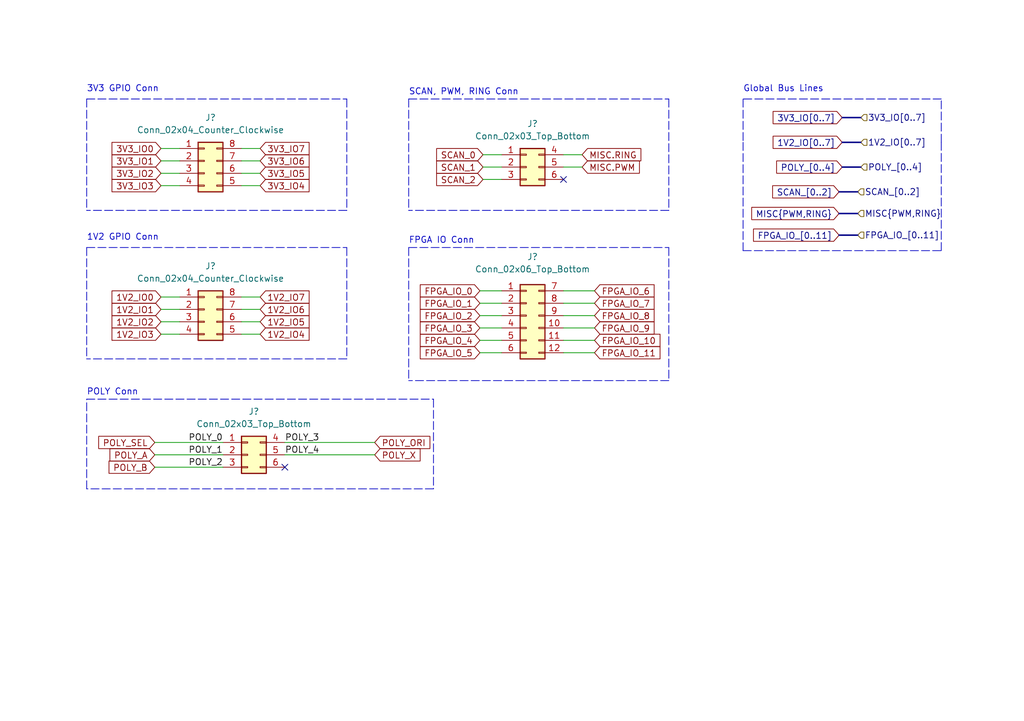
<source format=kicad_sch>
(kicad_sch (version 20211123) (generator eeschema)
  (paper "A5")
  (lib_symbols
    (symbol "Connector_Generic:Conn_02x03_Top_Bottom" (pin_names (offset 1.016) hide)
      (property "Reference" "J" (at 1.27 5.08 0))
      (property "Value" "Conn_02x03_Top_Bottom" (at 1.27 -5.08 0))
      (symbol "Conn_02x03_Top_Bottom_1_1"
        (rectangle (start -1.27 -2.413) (end 0 -2.667) (stroke (width 0.1524)))
        (rectangle (start -1.27 0.127) (end 0 -0.127) (stroke (width 0.1524)))
        (rectangle (start -1.27 2.667) (end 0 2.413) (stroke (width 0.1524)))
        (rectangle (start -1.27 3.81) (end 3.81 -3.81) (stroke (width 0.254)) (fill (type background)))
        (rectangle (start 3.81 -2.413) (end 2.54 -2.667) (stroke (width 0.1524)))
        (rectangle (start 3.81 0.127) (end 2.54 -0.127) (stroke (width 0.1524)))
        (rectangle (start 3.81 2.667) (end 2.54 2.413) (stroke (width 0.1524)))
        (pin passive line (at -5.08 2.54 0) (length 3.81) (name "Pin_1") (number "1"))
        (pin passive line (at -5.08 0 0) (length 3.81) (name "Pin_2") (number "2"))
        (pin passive line (at -5.08 -2.54 0) (length 3.81) (name "Pin_3") (number "3"))
        (pin passive line (at 7.62 2.54 180) (length 3.81) (name "Pin_4") (number "4"))
        (pin passive line (at 7.62 0 180) (length 3.81) (name "Pin_5") (number "5"))
        (pin passive line (at 7.62 -2.54 180) (length 3.81) (name "Pin_6") (number "6"))
      )
    )
    (symbol "Connector_Generic:Conn_02x04_Counter_Clockwise" (pin_names (offset 1.016) hide)
      (property "Reference" "J" (at 1.27 5.08 0))
      (property "Value" "Conn_02x04_Counter_Clockwise" (at 1.27 -7.62 0))
      (symbol "Conn_02x04_Counter_Clockwise_1_1"
        (rectangle (start -1.27 -4.953) (end 0 -5.207) (stroke (width 0.1524)))
        (rectangle (start -1.27 -2.413) (end 0 -2.667) (stroke (width 0.1524)))
        (rectangle (start -1.27 0.127) (end 0 -0.127) (stroke (width 0.1524)))
        (rectangle (start -1.27 2.667) (end 0 2.413) (stroke (width 0.1524)))
        (rectangle (start -1.27 3.81) (end 3.81 -6.35) (stroke (width 0.254)) (fill (type background)))
        (rectangle (start 3.81 -4.953) (end 2.54 -5.207) (stroke (width 0.1524)))
        (rectangle (start 3.81 -2.413) (end 2.54 -2.667) (stroke (width 0.1524)))
        (rectangle (start 3.81 0.127) (end 2.54 -0.127) (stroke (width 0.1524)))
        (rectangle (start 3.81 2.667) (end 2.54 2.413) (stroke (width 0.1524)))
        (pin passive line (at -5.08 2.54 0) (length 3.81) (name "Pin_1") (number "1"))
        (pin passive line (at -5.08 0 0) (length 3.81) (name "Pin_2") (number "2"))
        (pin passive line (at -5.08 -2.54 0) (length 3.81) (name "Pin_3") (number "3"))
        (pin passive line (at -5.08 -5.08 0) (length 3.81) (name "Pin_4") (number "4"))
        (pin passive line (at 7.62 -5.08 180) (length 3.81) (name "Pin_5") (number "5"))
        (pin passive line (at 7.62 -2.54 180) (length 3.81) (name "Pin_6") (number "6"))
        (pin passive line (at 7.62 0 180) (length 3.81) (name "Pin_7") (number "7"))
        (pin passive line (at 7.62 2.54 180) (length 3.81) (name "Pin_8") (number "8"))
      )
    )
    (symbol "Connector_Generic:Conn_02x06_Top_Bottom" (pin_names (offset 1.016) hide)
      (property "Reference" "J" (at 1.27 7.62 0))
      (property "Value" "Conn_02x06_Top_Bottom" (at 1.27 -10.16 0))
      (symbol "Conn_02x06_Top_Bottom_1_1"
        (rectangle (start -1.27 -7.493) (end 0 -7.747) (stroke (width 0.1524)))
        (rectangle (start -1.27 -4.953) (end 0 -5.207) (stroke (width 0.1524)))
        (rectangle (start -1.27 -2.413) (end 0 -2.667) (stroke (width 0.1524)))
        (rectangle (start -1.27 0.127) (end 0 -0.127) (stroke (width 0.1524)))
        (rectangle (start -1.27 2.667) (end 0 2.413) (stroke (width 0.1524)))
        (rectangle (start -1.27 5.207) (end 0 4.953) (stroke (width 0.1524)))
        (rectangle (start -1.27 6.35) (end 3.81 -8.89) (stroke (width 0.254)) (fill (type background)))
        (rectangle (start 3.81 -7.493) (end 2.54 -7.747) (stroke (width 0.1524)))
        (rectangle (start 3.81 -4.953) (end 2.54 -5.207) (stroke (width 0.1524)))
        (rectangle (start 3.81 -2.413) (end 2.54 -2.667) (stroke (width 0.1524)))
        (rectangle (start 3.81 0.127) (end 2.54 -0.127) (stroke (width 0.1524)))
        (rectangle (start 3.81 2.667) (end 2.54 2.413) (stroke (width 0.1524)))
        (rectangle (start 3.81 5.207) (end 2.54 4.953) (stroke (width 0.1524)))
        (pin passive line (at -5.08 5.08 0) (length 3.81) (name "Pin_1") (number "1"))
        (pin passive line (at 7.62 -2.54 180) (length 3.81) (name "Pin_10") (number "10"))
        (pin passive line (at 7.62 -5.08 180) (length 3.81) (name "Pin_11") (number "11"))
        (pin passive line (at 7.62 -7.62 180) (length 3.81) (name "Pin_12") (number "12"))
        (pin passive line (at -5.08 2.54 0) (length 3.81) (name "Pin_2") (number "2"))
        (pin passive line (at -5.08 0 0) (length 3.81) (name "Pin_3") (number "3"))
        (pin passive line (at -5.08 -2.54 0) (length 3.81) (name "Pin_4") (number "4"))
        (pin passive line (at -5.08 -5.08 0) (length 3.81) (name "Pin_5") (number "5"))
        (pin passive line (at -5.08 -7.62 0) (length 3.81) (name "Pin_6") (number "6"))
        (pin passive line (at 7.62 5.08 180) (length 3.81) (name "Pin_7") (number "7"))
        (pin passive line (at 7.62 2.54 180) (length 3.81) (name "Pin_8") (number "8"))
        (pin passive line (at 7.62 0 180) (length 3.81) (name "Pin_9") (number "9"))
      )
    )
  )
  (no_connect (at 115.57 36.83))
  (no_connect (at 58.42 95.885))
  (polyline (pts (xy 152.4 29.21) (xy 152.4 51.435)))
  (wire (pts (xy 119.38 34.29) (xy 115.57 34.29)))
  (wire (pts (xy 33.02 60.96) (xy 36.83 60.96)))
  (bus (pts (xy 172.72 24.13) (xy 176.53 24.13)))
  (wire (pts (xy 98.425 62.23) (xy 102.87 62.23)))
  (polyline (pts (xy 71.12 20.32) (xy 71.12 43.18)))
  (polyline (pts (xy 193.04 51.435) (xy 193.04 29.21)))
  (wire (pts (xy 98.425 64.77) (xy 102.87 64.77)))
  (bus (pts (xy 172.085 39.37) (xy 175.895 39.37)))
  (wire (pts (xy 33.02 35.56) (xy 36.83 35.56)))
  (polyline (pts (xy 17.78 81.915) (xy 88.9 81.915)))
  (wire (pts (xy 98.425 72.39) (xy 102.87 72.39)))
  (wire (pts (xy 53.34 66.04) (xy 49.53 66.04)))
  (wire (pts (xy 33.02 38.1) (xy 36.83 38.1)))
  (polyline (pts (xy 17.78 50.8) (xy 71.12 50.8)))
  (wire (pts (xy 102.87 34.29) (xy 99.06 34.29)))
  (wire (pts (xy 102.87 31.75) (xy 99.06 31.75)))
  (wire (pts (xy 121.92 69.85) (xy 115.57 69.85)))
  (polyline (pts (xy 88.9 81.915) (xy 88.9 100.33)))
  (polyline (pts (xy 17.78 20.32) (xy 17.78 43.18)))
  (wire (pts (xy 102.87 36.83) (xy 99.06 36.83)))
  (wire (pts (xy 53.34 60.96) (xy 49.53 60.96)))
  (polyline (pts (xy 83.82 20.32) (xy 83.82 43.18)))
  (wire (pts (xy 33.02 66.04) (xy 36.83 66.04)))
  (polyline (pts (xy 88.9 100.33) (xy 17.78 100.33)))
  (wire (pts (xy 53.34 30.48) (xy 49.53 30.48)))
  (wire (pts (xy 121.92 67.31) (xy 115.57 67.31)))
  (wire (pts (xy 53.34 63.5) (xy 49.53 63.5)))
  (wire (pts (xy 53.34 68.58) (xy 49.53 68.58)))
  (wire (pts (xy 53.34 38.1) (xy 49.53 38.1)))
  (polyline (pts (xy 83.82 50.8) (xy 83.82 78.105)))
  (wire (pts (xy 53.34 33.02) (xy 49.53 33.02)))
  (wire (pts (xy 58.42 93.345) (xy 76.835 93.345)))
  (wire (pts (xy 121.92 64.77) (xy 115.57 64.77)))
  (wire (pts (xy 31.75 90.805) (xy 45.72 90.805)))
  (wire (pts (xy 58.42 90.805) (xy 76.835 90.805)))
  (wire (pts (xy 119.38 31.75) (xy 115.57 31.75)))
  (polyline (pts (xy 17.78 100.33) (xy 17.78 81.915)))
  (polyline (pts (xy 193.04 29.21) (xy 193.04 20.32)))
  (polyline (pts (xy 17.78 20.32) (xy 71.12 20.32)))
  (wire (pts (xy 31.75 95.885) (xy 45.72 95.885)))
  (polyline (pts (xy 83.82 50.8) (xy 137.16 50.8)))
  (polyline (pts (xy 137.16 43.18) (xy 83.82 43.18)))
  (polyline (pts (xy 193.04 20.32) (xy 152.4 20.32)))
  (polyline (pts (xy 83.82 20.32) (xy 137.16 20.32)))
  (polyline (pts (xy 137.16 20.32) (xy 137.16 43.18)))
  (polyline (pts (xy 71.12 50.8) (xy 71.12 73.66)))
  (wire (pts (xy 98.425 67.31) (xy 102.87 67.31)))
  (polyline (pts (xy 152.4 51.435) (xy 193.04 51.435)))
  (polyline (pts (xy 71.12 43.18) (xy 17.78 43.18)))
  (wire (pts (xy 98.425 59.69) (xy 102.87 59.69)))
  (bus (pts (xy 172.085 48.26) (xy 175.895 48.26)))
  (bus (pts (xy 172.72 34.29) (xy 176.53 34.29)))
  (polyline (pts (xy 17.78 50.8) (xy 17.78 73.66)))
  (bus (pts (xy 172.72 29.21) (xy 176.53 29.21)))
  (wire (pts (xy 33.02 68.58) (xy 36.83 68.58)))
  (polyline (pts (xy 137.16 78.105) (xy 83.82 78.105)))
  (wire (pts (xy 33.02 30.48) (xy 36.83 30.48)))
  (wire (pts (xy 121.92 62.23) (xy 115.57 62.23)))
  (wire (pts (xy 31.75 93.345) (xy 45.72 93.345)))
  (wire (pts (xy 33.02 33.02) (xy 36.83 33.02)))
  (wire (pts (xy 121.92 72.39) (xy 115.57 72.39)))
  (polyline (pts (xy 152.4 20.32) (xy 152.4 29.21)))
  (polyline (pts (xy 71.12 73.66) (xy 17.78 73.66)))
  (wire (pts (xy 53.34 35.56) (xy 49.53 35.56)))
  (wire (pts (xy 121.92 59.69) (xy 115.57 59.69)))
  (bus (pts (xy 172.085 43.815) (xy 175.895 43.815)))
  (wire (pts (xy 98.425 69.85) (xy 102.87 69.85)))
  (wire (pts (xy 33.02 63.5) (xy 36.83 63.5)))
  (polyline (pts (xy 137.16 50.8) (xy 137.16 78.105)))
  (text "3V3 GPIO Conn" (at 17.78 19.05 0) (effects (font (size 1.27 1.27)) (justify left bottom)))
  (text "POLY Conn\n" (at 17.78 81.28 0) (effects (font (size 1.27 1.27)) (justify left bottom)))
  (text "FPGA IO Conn" (at 83.82 50.165 0) (effects (font (size 1.27 1.27)) (justify left bottom)))
  (text "SCAN, PWM, RING Conn\n" (at 83.82 19.685 0) (effects (font (size 1.27 1.27)) (justify left bottom)))
  (text "1V2 GPIO Conn" (at 17.78 49.53 0) (effects (font (size 1.27 1.27)) (justify left bottom)))
  (text "Global Bus Lines" (at 152.4 19.05 0) (effects (font (size 1.27 1.27)) (justify left bottom)))
  (label "POLY_1" (at 45.72 93.345 180))
  (label "POLY_3" (at 58.42 90.805 0))
  (label "POLY_0" (at 45.72 90.805 180))
  (label "POLY_2" (at 45.72 95.885 180))
  (label "POLY_4" (at 58.42 93.345 0))
  (global_label "1V2_IO[0..7]" (shape input) (at 172.72 29.21 180) (property "Sayfalar Arası Referanslar" "${INTERSHEET_REFS}" (effects hide)))
  (global_label "3V3_IO5" (shape input) (at 53.34 35.56 0) (property "Intersheet References" "${INTERSHEET_REFS}" (effects hide)))
  (global_label "3V3_IO7" (shape input) (at 53.34 30.48 0) (property "Intersheet References" "${INTERSHEET_REFS}" (effects hide)))
  (global_label "POLY_A" (shape input) (at 31.75 93.345 180) (property "Intersheet References" "${INTERSHEET_REFS}" (effects hide)))
  (global_label "FPGA_IO_11" (shape input) (at 121.92 72.39 0) (property "Intersheet References" "${INTERSHEET_REFS}" (effects hide)))
  (global_label "3V3_IO6" (shape input) (at 53.34 33.02 0) (property "Intersheet References" "${INTERSHEET_REFS}" (effects hide)))
  (global_label "FPGA_IO_1" (shape input) (at 98.425 62.23 180) (property "Intersheet References" "${INTERSHEET_REFS}" (effects hide)))
  (global_label "FPGA_IO_10" (shape input) (at 121.92 69.85 0) (property "Intersheet References" "${INTERSHEET_REFS}" (effects hide)))
  (global_label "1V2_IO0" (shape input) (at 33.02 60.96 180) (property "Intersheet References" "${INTERSHEET_REFS}" (effects hide)))
  (global_label "POLY_SEL" (shape input) (at 31.75 90.805 180) (property "Intersheet References" "${INTERSHEET_REFS}" (effects hide)))
  (global_label "1V2_IO3" (shape input) (at 33.02 68.58 180) (property "Intersheet References" "${INTERSHEET_REFS}" (effects hide)))
  (global_label "FPGA_IO_9" (shape input) (at 121.92 67.31 0) (property "Intersheet References" "${INTERSHEET_REFS}" (effects hide)))
  (global_label "POLY_ORI" (shape input) (at 76.835 90.805 0) (property "Intersheet References" "${INTERSHEET_REFS}" (effects hide)))
  (global_label "POLY_X" (shape input) (at 76.835 93.345 0) (property "Intersheet References" "${INTERSHEET_REFS}" (effects hide)))
  (global_label "3V3_IO[0..7]" (shape input) (at 172.72 24.13 180) (property "Sayfalar Arası Referanslar" "${INTERSHEET_REFS}" (effects hide)))
  (global_label "SCAN_[0..2]" (shape input) (at 172.085 39.37 180) (property "Intersheet References" "${INTERSHEET_REFS}" (effects hide)))
  (global_label "1V2_IO4" (shape input) (at 53.34 68.58 0) (property "Intersheet References" "${INTERSHEET_REFS}" (effects hide)))
  (global_label "SCAN_0" (shape input) (at 99.06 31.75 180) (property "Intersheet References" "${INTERSHEET_REFS}" (effects hide)))
  (global_label "MISC{PWM,RING}" (shape input) (at 172.085 43.815 180) (property "Intersheet References" "${INTERSHEET_REFS}" (effects hide)))
  (global_label "1V2_IO2" (shape input) (at 33.02 66.04 180) (property "Intersheet References" "${INTERSHEET_REFS}" (effects hide)))
  (global_label "3V3_IO4" (shape input) (at 53.34 38.1 0) (property "Intersheet References" "${INTERSHEET_REFS}" (effects hide)))
  (global_label "SCAN_1" (shape input) (at 99.06 34.29 180) (property "Intersheet References" "${INTERSHEET_REFS}" (effects hide)))
  (global_label "1V2_IO7" (shape input) (at 53.34 60.96 0) (property "Intersheet References" "${INTERSHEET_REFS}" (effects hide)))
  (global_label "POLY_[0..4]" (shape input) (at 172.72 34.29 180) (property "Intersheet References" "${INTERSHEET_REFS}" (effects hide)))
  (global_label "FPGA_IO_0" (shape input) (at 98.425 59.69 180) (property "Intersheet References" "${INTERSHEET_REFS}" (effects hide)))
  (global_label "FPGA_IO_8" (shape input) (at 121.92 64.77 0) (property "Intersheet References" "${INTERSHEET_REFS}" (effects hide)))
  (global_label "MISC.PWM" (shape input) (at 119.38 34.29 0) (property "Intersheet References" "${INTERSHEET_REFS}" (effects hide)))
  (global_label "FPGA_IO_6" (shape input) (at 121.92 59.69 0) (property "Intersheet References" "${INTERSHEET_REFS}" (effects hide)))
  (global_label "FPGA_IO_[0..11]" (shape input) (at 172.085 48.26 180) (property "Intersheet References" "${INTERSHEET_REFS}" (effects hide)))
  (global_label "FPGA_IO_2" (shape input) (at 98.425 64.77 180) (property "Intersheet References" "${INTERSHEET_REFS}" (effects hide)))
  (global_label "3V3_IO1" (shape input) (at 33.02 33.02 180) (property "Intersheet References" "${INTERSHEET_REFS}" (effects hide)))
  (global_label "1V2_IO5" (shape input) (at 53.34 66.04 0) (property "Intersheet References" "${INTERSHEET_REFS}" (effects hide)))
  (global_label "3V3_IO3" (shape input) (at 33.02 38.1 180) (property "Intersheet References" "${INTERSHEET_REFS}" (effects hide)))
  (global_label "1V2_IO1" (shape input) (at 33.02 63.5 180) (property "Intersheet References" "${INTERSHEET_REFS}" (effects hide)))
  (global_label "3V3_IO2" (shape input) (at 33.02 35.56 180) (property "Intersheet References" "${INTERSHEET_REFS}" (effects hide)))
  (global_label "FPGA_IO_5" (shape input) (at 98.425 72.39 180) (property "Intersheet References" "${INTERSHEET_REFS}" (effects hide)))
  (global_label "FPGA_IO_4" (shape input) (at 98.425 69.85 180) (property "Intersheet References" "${INTERSHEET_REFS}" (effects hide)))
  (global_label "3V3_IO0" (shape input) (at 33.02 30.48 180) (property "Intersheet References" "${INTERSHEET_REFS}" (effects hide)))
  (global_label "SCAN_2" (shape input) (at 99.06 36.83 180) (property "Intersheet References" "${INTERSHEET_REFS}" (effects hide)))
  (global_label "POLY_B" (shape input) (at 31.75 95.885 180) (property "Intersheet References" "${INTERSHEET_REFS}" (effects hide)))
  (global_label "1V2_IO6" (shape input) (at 53.34 63.5 0) (property "Intersheet References" "${INTERSHEET_REFS}" (effects hide)))
  (global_label "FPGA_IO_3" (shape input) (at 98.425 67.31 180) (property "Intersheet References" "${INTERSHEET_REFS}" (effects hide)))
  (global_label "FPGA_IO_7" (shape input) (at 121.92 62.23 0) (property "Intersheet References" "${INTERSHEET_REFS}" (effects hide)))
  (global_label "MISC.RING" (shape input) (at 119.38 31.75 0) (property "Intersheet References" "${INTERSHEET_REFS}" (effects hide)))
  (hierarchical_label "SCAN_[0..2]" (shape input) (at 175.895 39.37 0))
  (hierarchical_label "MISC{PWM,RING}" (shape input) (at 175.895 43.815 0))
  (hierarchical_label "1V2_IO[0..7]" (shape input) (at 176.53 29.21 0))
  (hierarchical_label "POLY_[0..4]" (shape input) (at 176.53 34.29 0))
  (hierarchical_label "FPGA_IO_[0..11]" (shape input) (at 175.895 48.26 0))
  (hierarchical_label "3V3_IO[0..7]" (shape input) (at 176.53 24.13 0))
  (symbol (lib_id "Connector_Generic:Conn_02x04_Counter_Clockwise") (at 41.91 33.02 0) (unit 1)
    (property "Reference" "J?" (at 43.18 24.13 0))
    (property "Value" "Conn_02x04_Counter_Clockwise" (at 43.18 26.67 0))
  )
  (symbol (lib_id "Connector_Generic:Conn_02x06_Top_Bottom") (at 107.95 64.77 0) (unit 1)
    (property "Reference" "J?" (at 109.22 52.705 0))
    (property "Value" "Conn_02x06_Top_Bottom" (at 109.22 55.245 0))
  )
  (symbol (lib_id "Connector_Generic:Conn_02x03_Top_Bottom") (at 50.8 93.345 0) (unit 1)
    (property "Reference" "J?" (at 52.07 84.455 0))
    (property "Value" "Conn_02x03_Top_Bottom" (at 52.07 86.995 0))
  )
  (symbol (lib_id "Connector_Generic:Conn_02x04_Counter_Clockwise") (at 41.91 63.5 0) (unit 1)
    (property "Reference" "J?" (at 43.18 54.61 0))
    (property "Value" "Conn_02x04_Counter_Clockwise" (at 43.18 57.15 0))
  )
  (symbol (lib_id "Connector_Generic:Conn_02x03_Top_Bottom") (at 107.95 34.29 0) (unit 1)
    (property "Reference" "J?" (at 109.22 25.4 0))
    (property "Value" "Conn_02x03_Top_Bottom" (at 109.22 27.94 0))
  )
)
</source>
